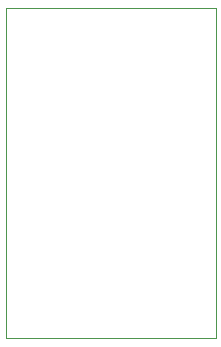
<source format=gm1>
G04 #@! TF.GenerationSoftware,KiCad,Pcbnew,(5.1.8)-1*
G04 #@! TF.CreationDate,2021-06-06T22:48:38+01:00*
G04 #@! TF.ProjectId,qfn-practice,71666e2d-7072-4616-9374-6963652e6b69,rev?*
G04 #@! TF.SameCoordinates,Original*
G04 #@! TF.FileFunction,Profile,NP*
%FSLAX46Y46*%
G04 Gerber Fmt 4.6, Leading zero omitted, Abs format (unit mm)*
G04 Created by KiCad (PCBNEW (5.1.8)-1) date 2021-06-06 22:48:38*
%MOMM*%
%LPD*%
G01*
G04 APERTURE LIST*
G04 #@! TA.AperFunction,Profile*
%ADD10C,0.050000*%
G04 #@! TD*
G04 APERTURE END LIST*
D10*
X147320000Y-83820000D02*
X147320000Y-55880000D01*
X165100000Y-83820000D02*
X147320000Y-83820000D01*
X165100000Y-55880000D02*
X165100000Y-83820000D01*
X147320000Y-55880000D02*
X165100000Y-55880000D01*
M02*

</source>
